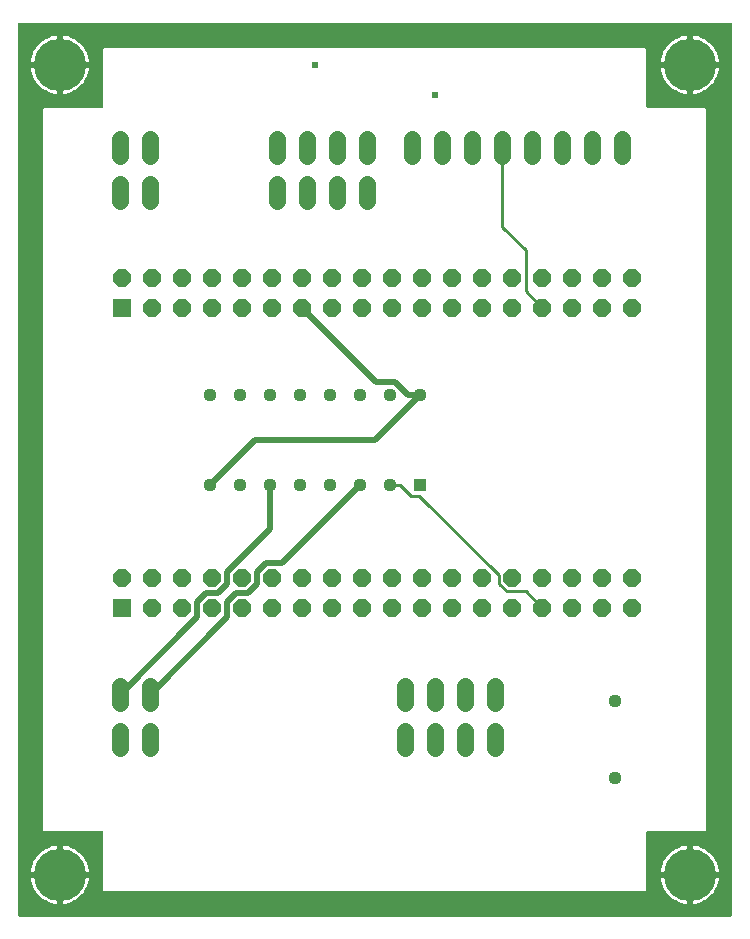
<source format=gbr>
G04 EAGLE Gerber RS-274X export*
G75*
%MOMM*%
%FSLAX34Y34*%
%LPD*%
%INBottom Copper*%
%IPPOS*%
%AMOC8*
5,1,8,0,0,1.08239X$1,22.5*%
G01*
%ADD10R,1.524000X1.524000*%
%ADD11P,1.649562X8X22.500000*%
%ADD12C,1.120000*%
%ADD13R,1.130000X1.130000*%
%ADD14C,1.130000*%
%ADD15C,1.422400*%
%ADD16C,4.445000*%
%ADD17C,0.609600*%
%ADD18C,0.508000*%
%ADD19C,0.254000*%

G36*
X605908Y2556D02*
X605908Y2556D01*
X606027Y2563D01*
X606065Y2576D01*
X606106Y2581D01*
X606216Y2624D01*
X606329Y2661D01*
X606364Y2683D01*
X606401Y2698D01*
X606497Y2767D01*
X606598Y2831D01*
X606626Y2861D01*
X606659Y2884D01*
X606735Y2976D01*
X606816Y3063D01*
X606836Y3098D01*
X606861Y3129D01*
X606912Y3237D01*
X606970Y3341D01*
X606980Y3381D01*
X606997Y3417D01*
X607019Y3534D01*
X607049Y3649D01*
X607053Y3709D01*
X607057Y3729D01*
X607055Y3750D01*
X607059Y3810D01*
X607059Y758190D01*
X607044Y758308D01*
X607037Y758427D01*
X607024Y758465D01*
X607019Y758506D01*
X606976Y758616D01*
X606939Y758729D01*
X606917Y758764D01*
X606902Y758801D01*
X606833Y758897D01*
X606769Y758998D01*
X606739Y759026D01*
X606716Y759059D01*
X606624Y759135D01*
X606537Y759216D01*
X606502Y759236D01*
X606471Y759261D01*
X606363Y759312D01*
X606259Y759370D01*
X606219Y759380D01*
X606183Y759397D01*
X606066Y759419D01*
X605951Y759449D01*
X605891Y759453D01*
X605871Y759457D01*
X605850Y759455D01*
X605790Y759459D01*
X3810Y759459D01*
X3692Y759444D01*
X3573Y759437D01*
X3535Y759424D01*
X3494Y759419D01*
X3384Y759376D01*
X3271Y759339D01*
X3236Y759317D01*
X3199Y759302D01*
X3103Y759233D01*
X3002Y759169D01*
X2974Y759139D01*
X2941Y759116D01*
X2865Y759024D01*
X2784Y758937D01*
X2764Y758902D01*
X2739Y758871D01*
X2688Y758763D01*
X2630Y758659D01*
X2620Y758619D01*
X2603Y758583D01*
X2581Y758466D01*
X2551Y758351D01*
X2547Y758291D01*
X2543Y758271D01*
X2545Y758250D01*
X2541Y758190D01*
X2541Y3810D01*
X2556Y3692D01*
X2563Y3573D01*
X2576Y3535D01*
X2581Y3494D01*
X2624Y3384D01*
X2661Y3271D01*
X2683Y3236D01*
X2698Y3199D01*
X2767Y3103D01*
X2831Y3002D01*
X2861Y2974D01*
X2884Y2941D01*
X2976Y2865D01*
X3063Y2784D01*
X3098Y2764D01*
X3129Y2739D01*
X3237Y2688D01*
X3341Y2630D01*
X3381Y2620D01*
X3417Y2603D01*
X3534Y2581D01*
X3649Y2551D01*
X3709Y2547D01*
X3729Y2543D01*
X3750Y2545D01*
X3810Y2541D01*
X605790Y2541D01*
X605908Y2556D01*
G37*
%LPC*%
G36*
X75674Y24129D02*
X75674Y24129D01*
X74929Y24874D01*
X74929Y73660D01*
X74914Y73778D01*
X74907Y73897D01*
X74894Y73935D01*
X74889Y73976D01*
X74846Y74086D01*
X74809Y74199D01*
X74787Y74234D01*
X74772Y74271D01*
X74703Y74367D01*
X74639Y74468D01*
X74609Y74496D01*
X74586Y74529D01*
X74494Y74605D01*
X74407Y74686D01*
X74372Y74706D01*
X74341Y74731D01*
X74233Y74782D01*
X74129Y74840D01*
X74089Y74850D01*
X74053Y74867D01*
X73936Y74889D01*
X73821Y74919D01*
X73761Y74923D01*
X73741Y74927D01*
X73720Y74925D01*
X73660Y74929D01*
X24874Y74929D01*
X24129Y75674D01*
X24129Y686326D01*
X24874Y687071D01*
X73660Y687071D01*
X73778Y687086D01*
X73897Y687093D01*
X73935Y687106D01*
X73976Y687111D01*
X74086Y687154D01*
X74199Y687191D01*
X74234Y687213D01*
X74271Y687228D01*
X74367Y687297D01*
X74468Y687361D01*
X74496Y687391D01*
X74529Y687414D01*
X74605Y687506D01*
X74686Y687593D01*
X74706Y687628D01*
X74731Y687659D01*
X74782Y687767D01*
X74840Y687871D01*
X74850Y687911D01*
X74867Y687947D01*
X74889Y688064D01*
X74919Y688179D01*
X74923Y688239D01*
X74927Y688259D01*
X74925Y688280D01*
X74929Y688340D01*
X74929Y737126D01*
X75674Y737871D01*
X533926Y737871D01*
X534671Y737126D01*
X534671Y688340D01*
X534686Y688222D01*
X534693Y688103D01*
X534706Y688065D01*
X534711Y688024D01*
X534754Y687914D01*
X534791Y687801D01*
X534813Y687766D01*
X534828Y687729D01*
X534897Y687633D01*
X534961Y687532D01*
X534991Y687504D01*
X535014Y687471D01*
X535106Y687395D01*
X535193Y687314D01*
X535228Y687294D01*
X535259Y687269D01*
X535367Y687218D01*
X535471Y687160D01*
X535511Y687150D01*
X535547Y687133D01*
X535664Y687111D01*
X535779Y687081D01*
X535839Y687077D01*
X535859Y687073D01*
X535880Y687075D01*
X535940Y687071D01*
X584726Y687071D01*
X585471Y686326D01*
X585471Y75674D01*
X584726Y74929D01*
X535940Y74929D01*
X535822Y74914D01*
X535703Y74907D01*
X535665Y74894D01*
X535624Y74889D01*
X535514Y74846D01*
X535401Y74809D01*
X535366Y74787D01*
X535329Y74772D01*
X535233Y74703D01*
X535132Y74639D01*
X535104Y74609D01*
X535071Y74586D01*
X534995Y74494D01*
X534914Y74407D01*
X534894Y74372D01*
X534869Y74341D01*
X534818Y74233D01*
X534760Y74129D01*
X534750Y74089D01*
X534733Y74053D01*
X534711Y73936D01*
X534681Y73821D01*
X534677Y73761D01*
X534673Y73741D01*
X534675Y73720D01*
X534671Y73660D01*
X534671Y24874D01*
X533926Y24129D01*
X75674Y24129D01*
G37*
%LPD*%
%LPC*%
G36*
X40639Y726439D02*
X40639Y726439D01*
X40639Y748536D01*
X42255Y748354D01*
X44967Y747735D01*
X47592Y746817D01*
X50099Y745610D01*
X52454Y744130D01*
X54629Y742395D01*
X56595Y740429D01*
X58330Y738254D01*
X59810Y735899D01*
X61017Y733392D01*
X61935Y730767D01*
X62554Y728055D01*
X62736Y726439D01*
X40639Y726439D01*
G37*
%LPD*%
%LPC*%
G36*
X574039Y726439D02*
X574039Y726439D01*
X574039Y748536D01*
X575655Y748354D01*
X578367Y747735D01*
X580992Y746817D01*
X583499Y745610D01*
X585854Y744130D01*
X588029Y742395D01*
X589995Y740429D01*
X591730Y738254D01*
X593210Y735899D01*
X594417Y733392D01*
X595335Y730767D01*
X595954Y728055D01*
X596136Y726439D01*
X574039Y726439D01*
G37*
%LPD*%
%LPC*%
G36*
X40639Y40639D02*
X40639Y40639D01*
X40639Y62736D01*
X42255Y62554D01*
X44967Y61935D01*
X47592Y61017D01*
X50099Y59810D01*
X52454Y58330D01*
X54629Y56595D01*
X56595Y54629D01*
X58330Y52454D01*
X59810Y50099D01*
X61017Y47592D01*
X61935Y44967D01*
X62554Y42255D01*
X62736Y40639D01*
X40639Y40639D01*
G37*
%LPD*%
%LPC*%
G36*
X574039Y40639D02*
X574039Y40639D01*
X574039Y62736D01*
X575655Y62554D01*
X578367Y61935D01*
X580992Y61017D01*
X583499Y59810D01*
X585854Y58330D01*
X588029Y56595D01*
X589995Y54629D01*
X591730Y52454D01*
X593210Y50099D01*
X594417Y47592D01*
X595335Y44967D01*
X595954Y42255D01*
X596136Y40639D01*
X574039Y40639D01*
G37*
%LPD*%
%LPC*%
G36*
X13464Y726439D02*
X13464Y726439D01*
X13646Y728055D01*
X14265Y730767D01*
X15183Y733392D01*
X16390Y735899D01*
X17870Y738254D01*
X19605Y740429D01*
X21571Y742395D01*
X23746Y744130D01*
X26101Y745610D01*
X28608Y746817D01*
X31233Y747735D01*
X33945Y748354D01*
X35561Y748536D01*
X35561Y726439D01*
X13464Y726439D01*
G37*
%LPD*%
%LPC*%
G36*
X546864Y726439D02*
X546864Y726439D01*
X547046Y728055D01*
X547665Y730767D01*
X548583Y733392D01*
X549790Y735899D01*
X551270Y738254D01*
X553005Y740429D01*
X554971Y742395D01*
X557146Y744130D01*
X559501Y745610D01*
X562008Y746817D01*
X564633Y747735D01*
X567345Y748354D01*
X568961Y748536D01*
X568961Y726439D01*
X546864Y726439D01*
G37*
%LPD*%
%LPC*%
G36*
X574039Y721361D02*
X574039Y721361D01*
X596136Y721361D01*
X595954Y719745D01*
X595335Y717033D01*
X594417Y714408D01*
X593210Y711901D01*
X591730Y709546D01*
X589995Y707371D01*
X588029Y705405D01*
X585854Y703670D01*
X583499Y702190D01*
X580992Y700983D01*
X578367Y700065D01*
X575655Y699446D01*
X574039Y699264D01*
X574039Y721361D01*
G37*
%LPD*%
%LPC*%
G36*
X40639Y721361D02*
X40639Y721361D01*
X62736Y721361D01*
X62554Y719745D01*
X61935Y717033D01*
X61017Y714408D01*
X59810Y711901D01*
X58330Y709546D01*
X56595Y707371D01*
X54629Y705405D01*
X52454Y703670D01*
X50099Y702190D01*
X47592Y700983D01*
X44967Y700065D01*
X42255Y699446D01*
X40639Y699264D01*
X40639Y721361D01*
G37*
%LPD*%
%LPC*%
G36*
X13464Y40639D02*
X13464Y40639D01*
X13646Y42255D01*
X14265Y44967D01*
X15183Y47592D01*
X16390Y50099D01*
X17870Y52454D01*
X19605Y54629D01*
X21571Y56595D01*
X23746Y58330D01*
X26101Y59810D01*
X28608Y61017D01*
X31233Y61935D01*
X33945Y62554D01*
X35561Y62736D01*
X35561Y40639D01*
X13464Y40639D01*
G37*
%LPD*%
%LPC*%
G36*
X546864Y40639D02*
X546864Y40639D01*
X547046Y42255D01*
X547665Y44967D01*
X548583Y47592D01*
X549790Y50099D01*
X551270Y52454D01*
X553005Y54629D01*
X554971Y56595D01*
X557146Y58330D01*
X559501Y59810D01*
X562008Y61017D01*
X564633Y61935D01*
X567345Y62554D01*
X568961Y62736D01*
X568961Y40639D01*
X546864Y40639D01*
G37*
%LPD*%
%LPC*%
G36*
X574039Y35561D02*
X574039Y35561D01*
X596136Y35561D01*
X595954Y33945D01*
X595335Y31233D01*
X594417Y28608D01*
X593210Y26101D01*
X591730Y23746D01*
X589995Y21571D01*
X588029Y19605D01*
X585854Y17870D01*
X583499Y16390D01*
X580992Y15183D01*
X578367Y14265D01*
X575655Y13646D01*
X574039Y13464D01*
X574039Y35561D01*
G37*
%LPD*%
%LPC*%
G36*
X40639Y35561D02*
X40639Y35561D01*
X62736Y35561D01*
X62554Y33945D01*
X61935Y31233D01*
X61017Y28608D01*
X59810Y26101D01*
X58330Y23746D01*
X56595Y21571D01*
X54629Y19605D01*
X52454Y17870D01*
X50099Y16390D01*
X47592Y15183D01*
X44967Y14265D01*
X42255Y13646D01*
X40639Y13464D01*
X40639Y35561D01*
G37*
%LPD*%
%LPC*%
G36*
X567345Y699446D02*
X567345Y699446D01*
X564633Y700065D01*
X562008Y700983D01*
X559501Y702190D01*
X557146Y703670D01*
X554971Y705405D01*
X553005Y707371D01*
X551270Y709546D01*
X549790Y711901D01*
X548583Y714408D01*
X547665Y717033D01*
X547046Y719745D01*
X546864Y721361D01*
X568961Y721361D01*
X568961Y699264D01*
X567345Y699446D01*
G37*
%LPD*%
%LPC*%
G36*
X33945Y699446D02*
X33945Y699446D01*
X31233Y700065D01*
X28608Y700983D01*
X26101Y702190D01*
X23746Y703670D01*
X21571Y705405D01*
X19605Y707371D01*
X17870Y709546D01*
X16390Y711901D01*
X15183Y714408D01*
X14265Y717033D01*
X13646Y719745D01*
X13464Y721361D01*
X35561Y721361D01*
X35561Y699264D01*
X33945Y699446D01*
G37*
%LPD*%
%LPC*%
G36*
X567345Y13646D02*
X567345Y13646D01*
X564633Y14265D01*
X562008Y15183D01*
X559501Y16390D01*
X557146Y17870D01*
X554971Y19605D01*
X553005Y21571D01*
X551270Y23746D01*
X549790Y26101D01*
X548583Y28608D01*
X547665Y31233D01*
X547046Y33945D01*
X546864Y35561D01*
X568961Y35561D01*
X568961Y13464D01*
X567345Y13646D01*
G37*
%LPD*%
%LPC*%
G36*
X33945Y13646D02*
X33945Y13646D01*
X31233Y14265D01*
X28608Y15183D01*
X26101Y16390D01*
X23746Y17870D01*
X21571Y19605D01*
X19605Y21571D01*
X17870Y23746D01*
X16390Y26101D01*
X15183Y28608D01*
X14265Y31233D01*
X13646Y33945D01*
X13464Y35561D01*
X35561Y35561D01*
X35561Y13464D01*
X33945Y13646D01*
G37*
%LPD*%
%LPC*%
G36*
X571499Y723899D02*
X571499Y723899D01*
X571499Y723901D01*
X571501Y723901D01*
X571501Y723899D01*
X571499Y723899D01*
G37*
%LPD*%
%LPC*%
G36*
X38099Y723899D02*
X38099Y723899D01*
X38099Y723901D01*
X38101Y723901D01*
X38101Y723899D01*
X38099Y723899D01*
G37*
%LPD*%
%LPC*%
G36*
X571499Y38099D02*
X571499Y38099D01*
X571499Y38101D01*
X571501Y38101D01*
X571501Y38099D01*
X571499Y38099D01*
G37*
%LPD*%
%LPC*%
G36*
X38099Y38099D02*
X38099Y38099D01*
X38099Y38101D01*
X38101Y38101D01*
X38101Y38099D01*
X38099Y38099D01*
G37*
%LPD*%
D10*
X90850Y263900D03*
D11*
X90850Y289300D03*
X116250Y263900D03*
X116250Y289300D03*
X141650Y263900D03*
X141650Y289300D03*
X167050Y263900D03*
X167050Y289300D03*
X192450Y263900D03*
X192450Y289300D03*
X217850Y263900D03*
X217850Y289300D03*
X243250Y263900D03*
X243250Y289300D03*
X268650Y263900D03*
X268650Y289300D03*
X294050Y263900D03*
X294050Y289300D03*
X319450Y263900D03*
X319450Y289300D03*
X344850Y263900D03*
X344850Y289300D03*
X370250Y263900D03*
X370250Y289300D03*
X395650Y263900D03*
X395650Y289300D03*
X421050Y263900D03*
X421050Y289300D03*
X446450Y263900D03*
X446450Y289300D03*
X471850Y263900D03*
X471850Y289300D03*
X497250Y263900D03*
X497250Y289300D03*
X522650Y263900D03*
X522650Y289300D03*
D10*
X90850Y517900D03*
D11*
X90850Y543300D03*
X116250Y517900D03*
X116250Y543300D03*
X141650Y517900D03*
X141650Y543300D03*
X167050Y517900D03*
X167050Y543300D03*
X192450Y517900D03*
X192450Y543300D03*
X217850Y517900D03*
X217850Y543300D03*
X243250Y517900D03*
X243250Y543300D03*
X268650Y517900D03*
X268650Y543300D03*
X294050Y517900D03*
X294050Y543300D03*
X319450Y517900D03*
X319450Y543300D03*
X344850Y517900D03*
X344850Y543300D03*
X370250Y517900D03*
X370250Y543300D03*
X395650Y517900D03*
X395650Y543300D03*
X421050Y517900D03*
X421050Y543300D03*
X446450Y517900D03*
X446450Y543300D03*
X471850Y517900D03*
X471850Y543300D03*
X497250Y517900D03*
X497250Y543300D03*
X522650Y517900D03*
X522650Y543300D03*
D12*
X508000Y119900D03*
X508000Y184900D03*
D13*
X342900Y368300D03*
D14*
X317500Y368300D03*
X292100Y368300D03*
X266700Y368300D03*
X241300Y368300D03*
X215900Y368300D03*
X190500Y368300D03*
X165100Y368300D03*
X165100Y444500D03*
X190500Y444500D03*
X215900Y444500D03*
X241300Y444500D03*
X266700Y444500D03*
X292100Y444500D03*
X317500Y444500D03*
X342900Y444500D03*
D15*
X88900Y197612D02*
X88900Y183388D01*
X114300Y183388D02*
X114300Y197612D01*
X88900Y159512D02*
X88900Y145288D01*
X114300Y145288D02*
X114300Y159512D01*
X114300Y608838D02*
X114300Y623062D01*
X88900Y623062D02*
X88900Y608838D01*
X114300Y646938D02*
X114300Y661162D01*
X88900Y661162D02*
X88900Y646938D01*
X298450Y646938D02*
X298450Y661162D01*
X273050Y661162D02*
X273050Y646938D01*
X247650Y646938D02*
X247650Y661162D01*
X222250Y661162D02*
X222250Y646938D01*
X298450Y623062D02*
X298450Y608838D01*
X273050Y608838D02*
X273050Y623062D01*
X247650Y623062D02*
X247650Y608838D01*
X222250Y608838D02*
X222250Y623062D01*
X330200Y159512D02*
X330200Y145288D01*
X355600Y145288D02*
X355600Y159512D01*
X381000Y159512D02*
X381000Y145288D01*
X406400Y145288D02*
X406400Y159512D01*
X330200Y183388D02*
X330200Y197612D01*
X355600Y197612D02*
X355600Y183388D01*
X381000Y183388D02*
X381000Y197612D01*
X406400Y197612D02*
X406400Y183388D01*
X514350Y646938D02*
X514350Y661162D01*
X488950Y661162D02*
X488950Y646938D01*
X463550Y646938D02*
X463550Y661162D01*
X438150Y661162D02*
X438150Y646938D01*
X412750Y646938D02*
X412750Y661162D01*
X387350Y661162D02*
X387350Y646938D01*
X361950Y646938D02*
X361950Y661162D01*
X336550Y661162D02*
X336550Y646938D01*
D16*
X571500Y723900D03*
X38100Y723900D03*
X571500Y38100D03*
X38100Y38100D03*
D17*
X355600Y698500D03*
X254000Y723900D03*
D18*
X243250Y517900D02*
X305920Y455230D01*
X332675Y444500D02*
X342900Y444500D01*
X321945Y455230D02*
X305920Y455230D01*
X321945Y455230D02*
X332675Y444500D01*
X342900Y444500D02*
X304800Y406400D01*
X203200Y406400D02*
X165100Y368300D01*
X203200Y406400D02*
X304800Y406400D01*
X187189Y276600D02*
X179750Y269161D01*
X205150Y294561D02*
X212589Y302000D01*
X179750Y255950D02*
X114300Y190500D01*
X225800Y302000D02*
X292100Y368300D01*
X179750Y269161D02*
X179750Y255950D01*
X212589Y302000D02*
X225800Y302000D01*
X197711Y276600D02*
X187189Y276600D01*
X197711Y276600D02*
X205150Y284039D01*
X205150Y294561D01*
X161789Y276600D02*
X154350Y269161D01*
X154350Y255950D02*
X88900Y190500D01*
X154350Y255950D02*
X154350Y269161D01*
X161789Y276600D02*
X172311Y276600D01*
X179750Y284039D01*
X179750Y294561D01*
X215900Y330711D02*
X215900Y368300D01*
X215900Y330711D02*
X179750Y294561D01*
D19*
X409620Y284566D02*
X416316Y277870D01*
X432480Y277870D02*
X446450Y263900D01*
X326212Y368300D02*
X317500Y368300D01*
X416316Y277870D02*
X432480Y277870D01*
X335672Y358840D02*
X326212Y368300D01*
X409620Y291495D02*
X409620Y284566D01*
X409620Y291495D02*
X342275Y358840D01*
X335672Y358840D01*
X446450Y517900D02*
X432480Y531870D01*
X432480Y567085D01*
X412750Y586815D02*
X412750Y654050D01*
X412750Y586815D02*
X432480Y567085D01*
M02*

</source>
